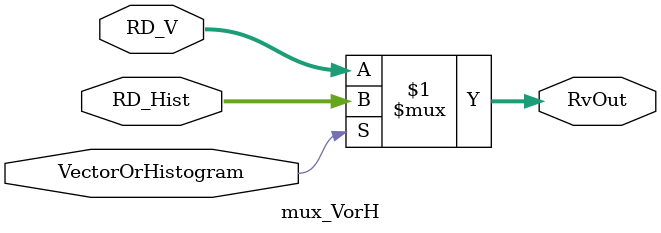
<source format=sv>
module mux_VorH (input logic [63:0] RD_Hist, RD_V,
						input logic VectorOrHistogram,
						output logic [63:0] RvOut);
					
		assign RvOut = ( VectorOrHistogram ) ? RD_Hist : RD_V;

endmodule 
</source>
